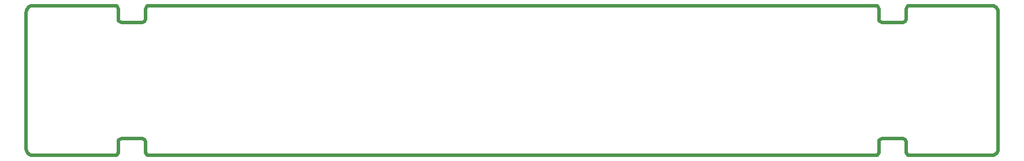
<source format=gko>
G04*
G04 #@! TF.GenerationSoftware,Altium Limited,Altium Designer,19.0.15 (446)*
G04*
G04 Layer_Color=16711935*
%FSLAX23Y23*%
%MOIN*%
G70*
G01*
G75*
%ADD138C,0.020*%
D138*
X5492Y1260D02*
X5482Y1257D01*
X5475Y1250D01*
X5472Y1240D01*
X5453Y1162D02*
X5463Y1164D01*
X5470Y1171D01*
X5472Y1181D01*
X5315Y1181D02*
X5318Y1171D01*
X5325Y1164D01*
X5335Y1162D01*
X5315Y1240D02*
X5312Y1250D01*
X5305Y1257D01*
X5295Y1260D01*
X1102D02*
X1093Y1257D01*
X1085Y1250D01*
X1083Y1240D01*
X1063Y1162D02*
X1073Y1164D01*
X1080Y1171D01*
X1083Y1181D01*
X925Y1181D02*
X928Y1171D01*
X935Y1164D01*
X945Y1162D01*
X925Y1240D02*
X923Y1250D01*
X915Y1257D01*
X906Y1260D01*
X5335Y492D02*
X5325Y489D01*
X5318Y482D01*
X5315Y472D01*
X5295Y394D02*
X5305Y396D01*
X5312Y404D01*
X5315Y413D01*
X5965Y394D02*
X5975Y395D01*
X5984Y399D01*
X5992Y405D01*
X5999Y413D01*
X6003Y423D01*
X6004Y433D01*
X5472Y413D02*
X5475Y404D01*
X5482Y396D01*
X5492Y394D01*
X5472Y472D02*
X5470Y482D01*
X5463Y489D01*
X5453Y492D01*
X6004Y1220D02*
X6003Y1231D01*
X5999Y1240D01*
X5992Y1248D01*
X5984Y1255D01*
X5975Y1259D01*
X5965Y1260D01*
X433D02*
X423Y1259D01*
X413Y1255D01*
X405Y1248D01*
X399Y1240D01*
X395Y1231D01*
X394Y1220D01*
Y433D02*
X395Y423D01*
X399Y413D01*
X405Y405D01*
X413Y399D01*
X423Y395D01*
X433Y394D01*
X1083Y413D02*
X1085Y404D01*
X1093Y396D01*
X1102Y394D01*
X1083Y472D02*
X1080Y482D01*
X1073Y489D01*
X1063Y492D01*
X945D02*
X935Y489D01*
X928Y482D01*
X925Y472D01*
X906Y394D02*
X915Y396D01*
X923Y404D01*
X925Y413D01*
X5492Y1260D02*
X5965D01*
X433Y1260D02*
X906D01*
X1102Y1260D02*
X5295D01*
X5472Y1181D02*
Y1240D01*
X5315Y1181D02*
Y1240D01*
X5335Y1162D02*
X5453D01*
X1083Y1181D02*
Y1240D01*
X925Y1181D02*
Y1240D01*
X945Y1162D02*
X1063D01*
X5335Y492D02*
X5453D01*
X5315Y413D02*
Y472D01*
X5492Y394D02*
X5965D01*
X5472Y413D02*
Y472D01*
X6004Y433D02*
Y1220D01*
X394Y433D02*
Y1220D01*
X1102Y394D02*
X5295D01*
X433D02*
X906D01*
X945Y492D02*
X1063D01*
X1083Y413D02*
Y472D01*
X925Y413D02*
Y472D01*
M02*

</source>
